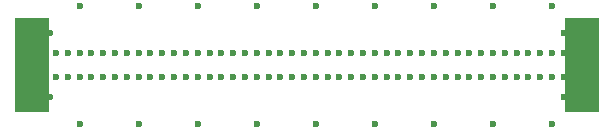
<source format=gbr>
G04 #@! TF.FileFunction,Copper,L4,Bot,Signal*
%FSLAX46Y46*%
G04 Gerber Fmt 4.6, Leading zero omitted, Abs format (unit mm)*
G04 Created by KiCad (PCBNEW 4.0.2-stable) date Mon Jul  4 16:25:18 2016*
%MOMM*%
G01*
G04 APERTURE LIST*
%ADD10C,0.100000*%
%ADD11C,0.600000*%
%ADD12R,3.000000X8.000000*%
G04 APERTURE END LIST*
D10*
D11*
X120000000Y-85000000D03*
X125000000Y-85000000D03*
X130000000Y-85000000D03*
X135000000Y-85000000D03*
X140000000Y-85000000D03*
X145000000Y-85000000D03*
X150000000Y-85000000D03*
X155000000Y-85000000D03*
X160000000Y-85000000D03*
X160000000Y-95000000D03*
X155000000Y-95000000D03*
X150000000Y-95000000D03*
X145000000Y-95000000D03*
X140000000Y-95000000D03*
X135000000Y-95000000D03*
X130000000Y-95000000D03*
X125000000Y-95000000D03*
X120000000Y-95000000D03*
X163000000Y-91000000D03*
X162000000Y-91000000D03*
X161000000Y-91000000D03*
X160000000Y-91000000D03*
X159000000Y-91000000D03*
X158000000Y-91000000D03*
X157000000Y-91000000D03*
X156000000Y-91000000D03*
X155000000Y-91000000D03*
X154000000Y-91000000D03*
X153000000Y-91000000D03*
X152000000Y-91000000D03*
X151000000Y-91000000D03*
X150000000Y-91000000D03*
X149000000Y-91000000D03*
X148000000Y-91000000D03*
X147000000Y-91000000D03*
X146000000Y-91000000D03*
X145000000Y-91000000D03*
X144000000Y-91000000D03*
X143000000Y-91000000D03*
X142000000Y-91000000D03*
X141000000Y-91000000D03*
X140000000Y-91000000D03*
X139000000Y-91000000D03*
X138000000Y-91000000D03*
X137000000Y-91000000D03*
X136000000Y-91000000D03*
X135000000Y-91000000D03*
X134000000Y-91000000D03*
X133000000Y-91000000D03*
X132000000Y-91000000D03*
X131000000Y-91000000D03*
X130000000Y-91000000D03*
X129000000Y-91000000D03*
X128000000Y-91000000D03*
X127000000Y-91000000D03*
X126000000Y-91000000D03*
X125000000Y-91000000D03*
X124000000Y-91000000D03*
X123000000Y-91000000D03*
X122000000Y-91000000D03*
X121000000Y-91000000D03*
X120000000Y-91000000D03*
X119000000Y-91000000D03*
X118000000Y-91000000D03*
X117000000Y-91000000D03*
X116000000Y-91000000D03*
X163000000Y-89000000D03*
X162000000Y-89000000D03*
X161000000Y-89000000D03*
X160000000Y-89000000D03*
X159000000Y-89000000D03*
X158000000Y-89000000D03*
X157000000Y-89000000D03*
X156000000Y-89000000D03*
X155000000Y-89000000D03*
X154000000Y-89000000D03*
X153000000Y-89000000D03*
X152000000Y-89000000D03*
X151000000Y-89000000D03*
X150000000Y-89000000D03*
X149000000Y-89000000D03*
X148000000Y-89000000D03*
X147000000Y-89000000D03*
X146000000Y-89000000D03*
X145000000Y-89000000D03*
X144000000Y-89000000D03*
X143000000Y-89000000D03*
X142000000Y-89000000D03*
X141000000Y-89000000D03*
X140000000Y-89000000D03*
X139000000Y-89000000D03*
X138000000Y-89000000D03*
X137000000Y-89000000D03*
X136000000Y-89000000D03*
X135000000Y-89000000D03*
X134000000Y-89000000D03*
X133000000Y-89000000D03*
X132000000Y-89000000D03*
X131000000Y-89000000D03*
X130000000Y-89000000D03*
X129000000Y-89000000D03*
X128000000Y-89000000D03*
X127000000Y-89000000D03*
X126000000Y-89000000D03*
X125000000Y-89000000D03*
X124000000Y-89000000D03*
X123000000Y-89000000D03*
X122000000Y-89000000D03*
X121000000Y-89000000D03*
X120000000Y-89000000D03*
X119000000Y-89000000D03*
X118000000Y-89000000D03*
X117000000Y-89000000D03*
X116000000Y-89000000D03*
X115000000Y-91000000D03*
D12*
X116000000Y-90000000D03*
X162500000Y-90000000D03*
D11*
X115000000Y-89000000D03*
X161000000Y-92700000D03*
X161000000Y-87300000D03*
X117500000Y-92700000D03*
X117500000Y-87300000D03*
M02*

</source>
